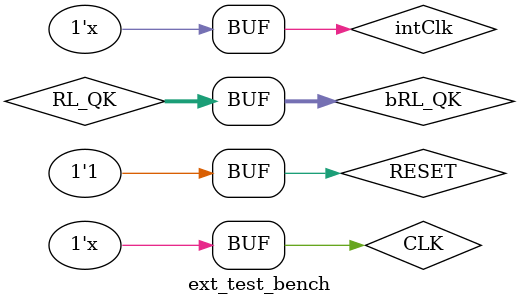
<source format=v>
/*******************************************************************************
 *
 *  NetFPGA-10G http://www.netfpga.org
 *
 *  File:
 *        ext_test_bench.v
 *
 *  Library:
 *        
 *
 *  Module:
 *        ext_test_bench
 *
 *  Author:
 *        Muhammad Shahbaz
 *
 *  Description:
 *        Testbench of nf10_rld_if
 *
 *  Copyright notice:
 *        Copyright (C) 2010, 2011 The Board of Trustees of The Leland Stanford
 *                                 Junior University
 *
 *  Licence:
 *        This file is part of the NetFPGA 10G development base package.
 *
 *        This file is free code: you can redistribute it and/or modify it under
 *        the terms of the GNU Lesser General Public License version 2.1 as
 *        published by the Free Software Foundation.
 *
 *        This package is distributed in the hope that it will be useful, but
 *        WITHOUT ANY WARRANTY; without even the implied warranty of
 *        MERCHANTABILITY or FITNESS FOR A PARTICULAR PURPOSE.  See the GNU
 *        Lesser General Public License for more details.
 *
 *        You should have received a copy of the GNU Lesser General Public
 *        License along with the NetFPGA source package.  If not, see
 *        http://www.gnu.org/licenses/.
 *
 *        This file was developed by SRI International and the University of
 *        Cambridge Computer Laboratory under DARPA/AFRL contract (FA8750-11-C-0249)
 *        ("MRC2"), as part of the DARPA MRC research programme.
 *
 */

`timescale 1ns/1ps

`define BOARD_SKEW #0.500 // put a 500 ps delay on the QK lines between FPGA and RAMs 

module  ext_test_bench  ();

// parameter definitions
   parameter SIMULATION_ONLY = 1'b1;  // if set (1'b1), it shortens the wait time but Micron model requires that time
   //
   parameter RL_DQ_WIDTH     = 72;
   parameter DEV_DQ_WIDTH    = 36;  // data width of the memory device
   parameter NUM_OF_DEVS     = RL_DQ_WIDTH/DEV_DQ_WIDTH;  // number of memory devices
   parameter NUM_OF_DKS      = (DEV_DQ_WIDTH == 36) ? 2*NUM_OF_DEVS : NUM_OF_DEVS;
   parameter DEV_AD_WIDTH    = 20;  // address width of the memory device
   parameter DEV_BA_WIDTH    = 3;   // bank address width of the memory device
   parameter APP_AD_WIDTH    = 1+1+1+DEV_AD_WIDTH+DEV_BA_WIDTH;
   parameter DUPLICATE_CONTROLS = 1'b0;  // Duplicate the ports for A, BA, WE# and REF#
   parameter RL_CK_PERIOD  = 16'd3003;     // CK clock period of the RLDRAM in ps
   // MRS (Mode Register Set command) parameters   
   parameter RL_MRS_CONF            = 3'b011;  // Config3   // Config1=3'b001  Config2=3'b010  Config3=3'b011
   parameter RL_MRS_BURST_LENGTH    = 2'b01;   // BL4       // BL2=2'b00  BL4=2'b01  BL8=2'b10 (BL8 unsupported)
   parameter RL_MRS_ADDR_MUX        = 1'b0;    // non-mux   // non-mux address (default)=1'b0;  multiplexed address=1'b1
   parameter RL_MRS_DLL_RESET       = 1'b1;    // 1'b0: DLL reset, 1'b1: DLL enabled
   parameter RL_MRS_IMPEDANCE_MATCH = 1'b1;    // 1'b0: internal 50ohms output buffer impedance, 1'b1: external 
   parameter RL_MRS_ODT             = 1'b0;    // 1'b0: disable term;  1'b1: enable term
   // specific to FPGA/memory devices and capture method
   parameter RL_IO_TYPE     = 2'b00;    // CIO  // CIO=2'b00  SIO_CIO_HYBRID=2'b01  SIO=2'b10
   parameter DEVICE_ARCH    = 2'b01;    // V5   // Virtex4=2'b00  Virtex5=2'b01
   parameter CAPTURE_METHOD = 2'b01;    // SerDes   // Direct Clocking=2'b00  SerDes=2'b01
   parameter CAL_ADDRESS    = {DEV_AD_WIDTH{1'b0}}; //saved location to perform calibration


  reg 		RESET;
  reg 		intClk;
  wire      CLK;

  wire [1:0]  RC_CK;
  wire [1:0]  RC_CK_N;
  wire [1:0]	RC_CS_N;
  wire 	  		RC_REF_N;
  wire 	  		RC_WE_N;
  wire [DEV_AD_WIDTH-1:0] 	RC_A;
  wire [DEV_BA_WIDTH-1:0] 	RC_BA;
  wire [1:0] 	RC_DM;
  wire [3:0]	RL_QK;
  wire [3:0] 	RL_QK_N;
  wire [1:0]	RL_QVLD;
  wire [RL_DQ_WIDTH-1:0] 	DQ;

  wire [NUM_OF_DKS-1:0]  RC_DK;
  wire [NUM_OF_DKS-1:0]  RC_DK_N;
  wire [3:0] 	bRL_QK;
  wire [3:0] 	bRL_QK_N;
	
  assign 	  CLK     = intClk;

  assign 	  `BOARD_SKEW RL_QK[3:0]   = bRL_QK[3:0];
  assign 	  `BOARD_SKEW RL_QK_N[3:0] = bRL_QK_N[3:0];

   // Generate system clock
   initial intClk = 0;
   always begin
    //#1.250 intClk = ~intClk;    //400MHz
    //#1.429 intClk = ~intClk;    //350MHz
    //#1.501 intClk = ~intClk;    //333MHz
    //#1.667 intClk = ~intClk;    //300MHz
    //#2.000 intClk = ~intClk;    //250MHz
    //#2.500 intClk = ~intClk;    //200MHz
    //#3.333 intClk = ~intClk;    //150MHz
	#5.000 intClk = ~intClk;    //100MHz
   end

   // Generate Reset
   initial begin
      RESET = 0;          // reset on board is active low
      #1000 RESET = 1; 
   end

// =============================================================================
// V5 implementation
// =============================================================================

// RLDRAM-2 Controller and User Application			     
  nf10_rld_if  #(
      .SIMULATION_ONLY    ( SIMULATION_ONLY ),     // if set, it shortens the wait time
      .RL_DQ_WIDTH        ( RL_DQ_WIDTH ),
      .DEV_DQ_WIDTH       ( DEV_DQ_WIDTH ),        // data width of the memory device
      .DEV_AD_WIDTH       ( DEV_AD_WIDTH ),        // address width of the memory device
      .DEV_BA_WIDTH       ( DEV_BA_WIDTH ),        // bank address width of the memory device
      .DUPLICATE_CONTROLS ( DUPLICATE_CONTROLS ),  // Duplicate the ports for A, BA, WE# and REF#
      .RL_CK_PERIOD         ( RL_CK_PERIOD ),      // CK clock period of the RLDRAM in ps
      // MRS (Mode Register Set command) parameters   
      .RL_MRS_CONF            ( RL_MRS_CONF ),             // 3'b001: mode1;  3'b010: mode2;  3'b011: mode3
      .RL_MRS_BURST_LENGTH    ( RL_MRS_BURST_LENGTH ),     // 2'b00: BL2;  2'b01: BL4;  2'b10: BL8
      .RL_MRS_ADDR_MUX        ( RL_MRS_ADDR_MUX ),         // 1'b0: non-muxed addr;  1'b1: muxed addr
      .RL_MRS_DLL_RESET       ( RL_MRS_DLL_RESET ),        //
      .RL_MRS_IMPEDANCE_MATCH ( RL_MRS_IMPEDANCE_MATCH ),  // internal 50ohms output buffer impedance
      .RL_MRS_ODT             ( RL_MRS_ODT ),              // 1'b0: disable term;  1'b1: enable term
      // specific to FPGA/memory devices and capture method
      .RL_IO_TYPE     ( RL_IO_TYPE ),       // CIO=2'b00  SIO_CIO_HYBRID=2'b01  SIO=2'b10
      .DEVICE_ARCH    ( DEVICE_ARCH ),      // Virtex4=2'b00  Virtex5=2'b01
      .CAPTURE_METHOD ( CAPTURE_METHOD ),    // Direct Clocking=2'b00  SerDes=2'b01
      .CAL_ADDRESS    ( CAL_ADDRESS )
   )
   rld_if_top0  (
      // globals
      .sysRst_n ( RESET   ),
      .sysClk_p ( CLK     ),
      .sysClk_n ( ~CLK    ),
     
      // RLDRAM interface signals
      .RLD2_CK_P  ( RC_CK   ),
      .RLD2_CK_N  ( RC_CK_N ),      
      .RLD2_CS_N  ( RC_CS_N  ),
      .RLD2_REF_N ( RC_REF_N ),
      .RLD2_WE_N  ( RC_WE_N  ),      
      .RLD2_A     ( RC_A  ),
      .RLD2_BA    ( RC_BA ),
      .RLD2_DM    ( RC_DM ),      
      .RLD2_QK_P  ( RL_QK   ),
      .RLD2_QK_N  ( RL_QK_N ),      
      .RLD2_DK_P  ( RC_DK   ),
      .RLD2_DK_N  ( RC_DK_N ),      
      .RLD2_QVLD  ( RL_QVLD ),      
      .RLD2_DQ    ( DQ )
);

		  
// RLDRAM-II memory models
// needs to be downloaded from Micron's website (not included in XAPP852)	
rldram2 ram0 (
    .ck     ( RC_CK[0] ),
    .ck_n   ( RC_CK_N[0] ),
    .cs_n   ( RC_CS_N[0] ),
    .we_n   ( RC_WE_N ),
    .ref_n  ( RC_REF_N ),
    .ba     ( RC_BA[2:0] ),
    .a      ( RC_A[19:0] ),
    .dm     ( RC_DM[0] ),
    .dk     ( RC_DK[NUM_OF_DKS/2-1:0] ),
    .dk_n   ( RC_DK_N[NUM_OF_DKS/2-1:0] ),
    .dq     ( DQ[RL_DQ_WIDTH/2-1:0] ),
    .qk     ( bRL_QK[2*NUM_OF_DEVS/2-1:0] ),
    .qk_n   ( bRL_QK_N[2*NUM_OF_DEVS/2-1:0] ),
    .qvld   ( RL_QVLD[0] ),
// JTAG PORTS
    .tck    (1'b0),
    .tms    (1'b0),
    .tdi    (1'b0),
    .tdo    (  )
);
    
rldram2 ram1 (
    .ck     ( RC_CK[1] ),
    .ck_n   ( RC_CK_N[1] ),
    .cs_n   ( RC_CS_N[1] ),
    .we_n   ( RC_WE_N ),
    .ref_n  ( RC_REF_N ),
    .ba     ( RC_BA[2:0] ),
    .a      ( RC_A[19:0] ),
    .dm     ( RC_DM[1] ),
    .dk     ( RC_DK[NUM_OF_DKS-1:NUM_OF_DKS/2] ),
    .dk_n   ( RC_DK_N[NUM_OF_DKS-1:NUM_OF_DKS/2] ),
    .dq     ( DQ[RL_DQ_WIDTH-1:RL_DQ_WIDTH/2] ),
    .qk     ( bRL_QK[2*NUM_OF_DEVS-1:2*NUM_OF_DEVS/2] ),
    .qk_n   ( bRL_QK_N[2*NUM_OF_DEVS-1:2*NUM_OF_DEVS/2] ),
    .qvld   ( RL_QVLD[1] ),
// JTAG PORTS
    .tck    (1'b0),
    .tms    (1'b0),
    .tdi    (1'b0),
    .tdo    (  )
); 

endmodule

</source>
